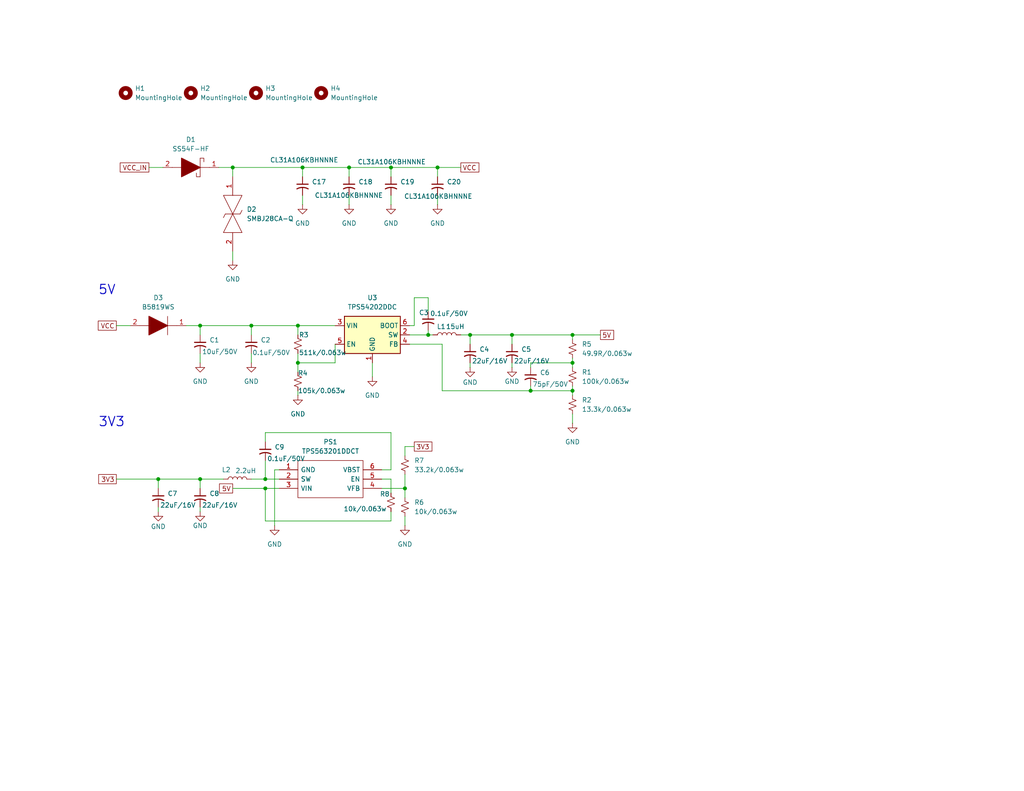
<source format=kicad_sch>
(kicad_sch (version 20250114) (generator "eeschema") (generator_version "9.0")
  (paper "A")
  (lib_symbols
    (symbol "Device:C_Small_US" (pin_numbers (hide yes)) (pin_names (offset 0.254) (hide yes))
      (property "Reference" "C" (at 0.254 1.778 0))
      (property "Value" "C_Small_US" (at 0.254 -2.032 0))
      (symbol "C_Small_US_0_1"
        (polyline (pts (xy -1.524 0.508) (xy 1.524 0.508)) (stroke (width 0.3048)))
        (arc (start -1.524 -0.762) (mid 0 -0.3734) (end 1.524 -0.762) (stroke (width 0.3048)))
      )
      (symbol "C_Small_US_1_1"
        (pin passive line (at 0 2.54 270) (length 2.032) (name "~") (number "1"))
        (pin passive line (at 0 -2.54 90) (length 2.032) (name "~") (number "2"))
      )
    )
    (symbol "Device:L" (pin_numbers (hide yes)) (pin_names (offset 1.016) (hide yes))
      (property "Reference" "L" (at -1.27 0 90))
      (property "Value" "L" (at 1.905 0 90))
      (symbol "L_0_1"
        (arc (start 0 2.54) (mid 0.6323 1.905) (end 0 1.27))
        (arc (start 0 1.27) (mid 0.6323 0.635) (end 0 0))
        (arc (start 0 0) (mid 0.6323 -0.635) (end 0 -1.27))
        (arc (start 0 -1.27) (mid 0.6323 -1.905) (end 0 -2.54))
      )
      (symbol "L_1_1"
        (pin passive line (at 0 3.81 270) (length 1.27) (name "1") (number "1"))
        (pin passive line (at 0 -3.81 90) (length 1.27) (name "2") (number "2"))
      )
    )
    (symbol "Device:R_Small_US" (pin_numbers (hide yes)) (pin_names (offset 0.254) (hide yes))
      (property "Reference" "R" (at 0.762 0.508 0))
      (property "Value" "R_Small_US" (at 0.762 -1.016 0))
      (symbol "R_Small_US_1_1"
        (polyline (pts (xy 0 1.524) (xy 1.016 1.143) (xy 0 0.762) (xy -1.016 0.381) (xy 0 0)))
        (polyline (pts (xy 0 0) (xy 1.016 -0.381) (xy 0 -0.762) (xy -1.016 -1.143) (xy 0 -1.524)))
        (pin passive line (at 0 2.54 270) (length 1.016) (name "~") (number "1"))
        (pin passive line (at 0 -2.54 90) (length 1.016) (name "~") (number "2"))
      )
    )
    (symbol "Mechanical:MountingHole" (pin_names (offset 1.016)) (in_bom no)
      (property "Reference" "H" (at 0 5.08 0))
      (property "Value" "MountingHole" (at 0 3.175 0))
      (symbol "MountingHole_0_1"
        (circle (center 0 0) (radius 1.27) (stroke (width 1.27)))
      )
    )
    (symbol "Regulator_Switching:TPS54202DDC"
      (property "Reference" "U" (at -7.62 6.35 0))
      (property "Value" "TPS54202DDC" (at 0 6.35 0))
      (symbol "TPS54202DDC_0_1"
        (rectangle (start -7.62 5.08) (end 7.62 -5.08) (stroke (width 0.254)) (fill (type background)))
      )
      (symbol "TPS54202DDC_1_1"
        (pin power_in line (at -10.16 2.54 0) (length 2.54) (name "VIN") (number "3"))
        (pin input line (at -10.16 -2.54 0) (length 2.54) (name "EN") (number "5"))
        (pin power_in line (at 0 -7.62 90) (length 2.54) (name "GND") (number "1"))
        (pin passive line (at 10.16 2.54 180) (length 2.54) (name "BOOT") (number "6"))
        (pin power_out line (at 10.16 0 180) (length 2.54) (name "SW") (number "2"))
        (pin input line (at 10.16 -2.54 180) (length 2.54) (name "FB") (number "4"))
      )
    )
    (symbol "SamacSys_Parts:B5819WS" (pin_names (offset 0.762))
      (property "Reference" "D" (at 11.43 5.08 0))
      (property "Value" "B5819WS" (at 11.43 2.54 0))
      (symbol "B5819WS_0_0"
        (pin power_in line (at 0 0 0) (length 2.54) (name "~") (number "1"))
        (pin power_in line (at 15.24 0 180) (length 2.54) (name "~") (number "2"))
      )
      (symbol "B5819WS_0_1"
        (polyline (pts (xy 2.54 0) (xy 5.08 0)) (stroke (width 0.1524)))
        (polyline (pts (xy 5.08 2.54) (xy 5.08 -2.54)) (stroke (width 0.1524)))
        (polyline (pts (xy 5.08 0) (xy 10.16 2.54) (xy 10.16 -2.54) (xy 5.08 0)) (stroke (width 0.254)) (fill (type outline)))
        (polyline (pts (xy 10.16 0) (xy 12.7 0)) (stroke (width 0.1524)))
      )
    )
    (symbol "SamacSys_Parts:SMBJ28CA-Q" (pin_names (offset 0.762))
      (property "Reference" "D" (at 12.7 8.89 0))
      (property "Value" "SMBJ28CA-Q" (at 12.7 6.35 0))
      (symbol "SMBJ28CA-Q_0_0"
        (pin passive line (at 0 0 0) (length 5.08) (name "~") (number "1"))
        (pin passive line (at 20.32 0 180) (length 5.08) (name "~") (number "2"))
      )
      (symbol "SMBJ28CA-Q_0_1"
        (polyline (pts (xy 9.144 2.54) (xy 10.16 2.032)) (stroke (width 0.1524)))
        (polyline (pts (xy 10.16 0) (xy 5.08 -2.54) (xy 5.08 2.54) (xy 10.16 0)) (stroke (width 0.1524)))
        (polyline (pts (xy 10.16 0) (xy 15.24 -2.54) (xy 15.24 2.54) (xy 10.16 0)) (stroke (width 0.1524)))
        (polyline (pts (xy 10.16 -2.032) (xy 10.16 2.032)) (stroke (width 0.1524)))
        (polyline (pts (xy 10.16 -2.032) (xy 11.176 -2.54)) (stroke (width 0.1524)))
      )
    )
    (symbol "SamacSys_Parts:SS54F-HF" (pin_names (offset 0.762))
      (property "Reference" "D" (at 12.7 8.89 0))
      (property "Value" "SS54F-HF" (at 12.7 6.35 0))
      (symbol "SS54F-HF_0_0"
        (pin output line (at 2.54 0 0) (length 2.54) (name "~") (number "1"))
        (pin input line (at 17.78 0 180) (length 2.54) (name "~") (number "2"))
      )
      (symbol "SS54F-HF_0_1"
        (polyline (pts (xy 5.08 0) (xy 7.62 0)) (stroke (width 0.1524)))
        (polyline (pts (xy 7.62 2.54) (xy 7.62 -2.54)) (stroke (width 0.1524)))
        (polyline (pts (xy 7.62 2.54) (xy 8.636 2.54) (xy 8.636 1.524)) (stroke (width 0.1524)))
        (polyline (pts (xy 7.62 0) (xy 12.7 2.54) (xy 12.7 -2.54) (xy 7.62 0)) (stroke (width 0.254)) (fill (type outline)))
        (polyline (pts (xy 7.62 -2.54) (xy 6.604 -2.54) (xy 6.604 -1.524)) (stroke (width 0.1524)))
        (polyline (pts (xy 12.7 0) (xy 15.24 0)) (stroke (width 0.1524)))
      )
    )
    (symbol "SamacSys_Parts:TPS563201DDCT" (pin_names (offset 0.762))
      (property "Reference" "PS" (at 24.13 7.62 0))
      (property "Value" "TPS563201DDCT" (at 24.13 5.08 0))
      (symbol "TPS563201DDCT_0_0"
        (pin passive line (at 0 0 0) (length 5.08) (name "GND") (number "1"))
        (pin passive line (at 0 -2.54 0) (length 5.08) (name "SW") (number "2"))
        (pin passive line (at 0 -5.08 0) (length 5.08) (name "VIN") (number "3"))
        (pin passive line (at 27.94 0 180) (length 5.08) (name "VBST") (number "6"))
        (pin passive line (at 27.94 -2.54 180) (length 5.08) (name "EN") (number "5"))
        (pin passive line (at 27.94 -5.08 180) (length 5.08) (name "VFB") (number "4"))
      )
      (symbol "TPS563201DDCT_0_1"
        (polyline (pts (xy 5.08 2.54) (xy 22.86 2.54) (xy 22.86 -7.62) (xy 5.08 -7.62) (xy 5.08 2.54)) (stroke (width 0.1524)))
      )
    )
    (symbol "power:GND" (power) (pin_numbers (hide yes)) (pin_names (offset 0) (hide yes))
      (property "Value" "GND" (at 0 -3.81 0))
      (symbol "GND_0_1"
        (polyline (pts (xy 0 0) (xy 0 -1.27) (xy 1.27 -1.27) (xy 0 -2.54) (xy -1.27 -1.27) (xy 0 -1.27)))
      )
      (symbol "GND_1_1"
        (pin power_in line (at 0 0 270) (length 0) (name "~") (number "1"))
      )
    )
  )
  (text "3V3" (at 30.48 115.316 0) (effects (font (size 2.54 2.54) (thickness 0.254) (bold yes))))
  (text "5V" (at 29.21 79.248 0) (effects (font (size 2.54 2.54) (thickness 0.254) (bold yes))))
  (junction (at 144.78 106.68))
  (junction (at 106.68 45.72))
  (junction (at 63.5 45.72))
  (junction (at 156.21 91.44))
  (junction (at 156.21 99.06))
  (junction (at 72.39 130.81))
  (junction (at 116.84 91.44))
  (junction (at 54.61 88.9))
  (junction (at 81.28 99.06))
  (junction (at 68.58 88.9))
  (junction (at 139.7 91.44))
  (junction (at 95.25 45.72))
  (junction (at 128.27 91.44))
  (junction (at 81.28 88.9))
  (junction (at 72.39 133.35))
  (junction (at 54.61 130.81))
  (junction (at 82.55 45.72))
  (junction (at 110.49 133.35))
  (junction (at 43.18 130.81))
  (junction (at 119.38 45.72))
  (junction (at 156.21 106.68))
  (wire (pts (xy 95.25 45.72) (xy 106.68 45.72)))
  (wire (pts (xy 106.68 118.11) (xy 106.68 128.27)))
  (wire (pts (xy 116.84 81.28) (xy 116.84 85.09)))
  (wire (pts (xy 120.65 106.68) (xy 144.78 106.68)))
  (wire (pts (xy 111.76 88.9) (xy 113.03 88.9)))
  (wire (pts (xy 106.68 45.72) (xy 119.38 45.72)))
  (wire (pts (xy 113.03 121.92) (xy 110.49 121.92)))
  (wire (pts (xy 54.61 96.52) (xy 54.61 99.06)))
  (wire (pts (xy 110.49 129.54) (xy 110.49 133.35)))
  (wire (pts (xy 111.76 91.44) (xy 116.84 91.44)))
  (wire (pts (xy 54.61 88.9) (xy 68.58 88.9)))
  (wire (pts (xy 43.18 138.43) (xy 43.18 139.7)))
  (wire (pts (xy 72.39 118.11) (xy 106.68 118.11)))
  (wire (pts (xy 54.61 130.81) (xy 54.61 133.35)))
  (wire (pts (xy 128.27 91.44) (xy 139.7 91.44)))
  (wire (pts (xy 144.78 100.33) (xy 144.78 99.06)))
  (wire (pts (xy 106.68 128.27) (xy 104.14 128.27)))
  (wire (pts (xy 104.14 133.35) (xy 110.49 133.35)))
  (wire (pts (xy 54.61 88.9) (xy 54.61 91.44)))
  (wire (pts (xy 43.18 130.81) (xy 54.61 130.81)))
  (wire (pts (xy 128.27 99.06) (xy 128.27 100.33)))
  (wire (pts (xy 95.25 53.34) (xy 95.25 55.88)))
  (wire (pts (xy 40.64 45.72) (xy 44.45 45.72)))
  (wire (pts (xy 68.58 96.52) (xy 68.58 99.06)))
  (wire (pts (xy 116.84 91.44) (xy 118.11 91.44)))
  (wire (pts (xy 82.55 45.72) (xy 95.25 45.72)))
  (wire (pts (xy 63.5 68.58) (xy 63.5 71.12)))
  (wire (pts (xy 144.78 106.68) (xy 156.21 106.68)))
  (wire (pts (xy 72.39 130.81) (xy 76.2 130.81)))
  (wire (pts (xy 156.21 97.79) (xy 156.21 99.06)))
  (wire (pts (xy 63.5 133.35) (xy 72.39 133.35)))
  (wire (pts (xy 156.21 106.68) (xy 156.21 107.95)))
  (wire (pts (xy 156.21 113.03) (xy 156.21 115.57)))
  (wire (pts (xy 59.69 45.72) (xy 63.5 45.72)))
  (wire (pts (xy 31.75 88.9) (xy 35.56 88.9)))
  (wire (pts (xy 68.58 130.81) (xy 72.39 130.81)))
  (wire (pts (xy 106.68 134.62) (xy 106.68 130.81)))
  (wire (pts (xy 54.61 138.43) (xy 54.61 139.7)))
  (wire (pts (xy 63.5 45.72) (xy 63.5 48.26)))
  (wire (pts (xy 101.6 99.06) (xy 101.6 102.87)))
  (wire (pts (xy 139.7 91.44) (xy 156.21 91.44)))
  (wire (pts (xy 81.28 88.9) (xy 81.28 91.44)))
  (wire (pts (xy 139.7 91.44) (xy 139.7 93.98)))
  (wire (pts (xy 111.76 93.98) (xy 120.65 93.98)))
  (wire (pts (xy 95.25 45.72) (xy 95.25 48.26)))
  (wire (pts (xy 72.39 120.65) (xy 72.39 118.11)))
  (wire (pts (xy 110.49 121.92) (xy 110.49 124.46)))
  (wire (pts (xy 43.18 130.81) (xy 43.18 133.35)))
  (wire (pts (xy 119.38 45.72) (xy 125.73 45.72)))
  (wire (pts (xy 74.93 143.51) (xy 74.93 128.27)))
  (wire (pts (xy 128.27 91.44) (xy 128.27 93.98)))
  (wire (pts (xy 156.21 91.44) (xy 163.83 91.44)))
  (wire (pts (xy 113.03 88.9) (xy 113.03 81.28)))
  (wire (pts (xy 110.49 133.35) (xy 110.49 135.89)))
  (wire (pts (xy 156.21 105.41) (xy 156.21 106.68)))
  (wire (pts (xy 106.68 142.24) (xy 106.68 139.7)))
  (wire (pts (xy 125.73 91.44) (xy 128.27 91.44)))
  (wire (pts (xy 106.68 53.34) (xy 106.68 55.88)))
  (wire (pts (xy 156.21 92.71) (xy 156.21 91.44)))
  (wire (pts (xy 106.68 142.24) (xy 72.39 142.24)))
  (wire (pts (xy 81.28 106.68) (xy 81.28 107.95)))
  (wire (pts (xy 72.39 125.73) (xy 72.39 130.81)))
  (wire (pts (xy 72.39 142.24) (xy 72.39 133.35)))
  (wire (pts (xy 119.38 53.34) (xy 119.38 55.88)))
  (wire (pts (xy 144.78 105.41) (xy 144.78 106.68)))
  (wire (pts (xy 82.55 45.72) (xy 82.55 48.26)))
  (wire (pts (xy 54.61 130.81) (xy 60.96 130.81)))
  (wire (pts (xy 113.03 81.28) (xy 116.84 81.28)))
  (wire (pts (xy 68.58 88.9) (xy 68.58 91.44)))
  (wire (pts (xy 81.28 96.52) (xy 81.28 99.06)))
  (wire (pts (xy 156.21 99.06) (xy 156.21 100.33)))
  (wire (pts (xy 106.68 45.72) (xy 106.68 48.26)))
  (wire (pts (xy 82.55 53.34) (xy 82.55 55.88)))
  (wire (pts (xy 50.8 88.9) (xy 54.61 88.9)))
  (wire (pts (xy 81.28 88.9) (xy 91.44 88.9)))
  (wire (pts (xy 72.39 133.35) (xy 76.2 133.35)))
  (wire (pts (xy 81.28 99.06) (xy 81.28 101.6)))
  (wire (pts (xy 116.84 90.17) (xy 116.84 91.44)))
  (wire (pts (xy 119.38 45.72) (xy 119.38 48.26)))
  (wire (pts (xy 120.65 93.98) (xy 120.65 106.68)))
  (wire (pts (xy 144.78 99.06) (xy 156.21 99.06)))
  (wire (pts (xy 91.44 93.98) (xy 91.44 99.06)))
  (wire (pts (xy 63.5 45.72) (xy 82.55 45.72)))
  (wire (pts (xy 74.93 128.27) (xy 76.2 128.27)))
  (wire (pts (xy 139.7 99.06) (xy 139.7 100.33)))
  (wire (pts (xy 31.75 130.81) (xy 43.18 130.81)))
  (wire (pts (xy 91.44 99.06) (xy 81.28 99.06)))
  (wire (pts (xy 106.68 130.81) (xy 104.14 130.81)))
  (wire (pts (xy 68.58 88.9) (xy 81.28 88.9)))
  (wire (pts (xy 110.49 140.97) (xy 110.49 143.51)))
  (global_label "5V" (shape passive) (at 163.83 91.44 0) (property "Intersheetrefs" "${INTERSHEET_REFS}" (effects (hide yes))))
  (global_label "VCC_IN" (shape passive) (at 40.64 45.72 180) (property "Intersheetrefs" "${INTERSHEET_REFS}" (effects (hide yes))))
  (global_label "3V3" (shape passive) (at 113.03 121.92 0) (property "Intersheetrefs" "${INTERSHEET_REFS}" (effects (hide yes))))
  (global_label "3V3" (shape passive) (at 31.75 130.81 180) (property "Intersheetrefs" "${INTERSHEET_REFS}" (effects (hide yes))))
  (global_label "VCC" (shape passive) (at 31.75 88.9 180) (property "Intersheetrefs" "${INTERSHEET_REFS}" (effects (hide yes))))
  (global_label "5V" (shape passive) (at 63.5 133.35 180) (property "Intersheetrefs" "${INTERSHEET_REFS}" (effects (hide yes))))
  (global_label "VCC" (shape passive) (at 125.73 45.72 0) (property "Intersheetrefs" "${INTERSHEET_REFS}" (effects (hide yes))))
  (symbol (lib_id "Device:C_Small_US") (at 54.61 93.98 0) (unit 1)
    (property "Reference" "C1" (at 57.15 92.8369 0) (effects (justify left)))
    (property "Value" "10uF/50V" (at 55.118 96.012 0) (effects (justify left)))
    (property "Description" "capacitor, small US symbol" (effects (hide yes)))
  )
  (symbol (lib_id "Mechanical:MountingHole") (at 69.85 25.4 0) (unit 1) (in_bom no)
    (property "Reference" "H3" (at 72.39 24.1299 0) (effects (justify left)))
    (property "Value" "MountingHole" (at 72.39 26.6699 0) (effects (justify left)))
    (property "Description" "Mounting Hole without connection" (effects (hide yes)))
  )
  (symbol (lib_id "Mechanical:MountingHole") (at 87.63 25.4 0) (unit 1) (in_bom no)
    (property "Reference" "H4" (at 90.17 24.1299 0) (effects (justify left)))
    (property "Value" "MountingHole" (at 90.17 26.6699 0) (effects (justify left)))
    (property "Description" "Mounting Hole without connection" (effects (hide yes)))
  )
  (symbol (lib_id "power:GND") (at 54.61 99.06 0) (unit 1)
    (property "Reference" "#PWR04" (effects (hide yes)))
    (property "Value" "GND" (at 54.61 104.14 0))
    (property "Description" "Power symbol creates a global label with name \"GND\" , ground" (effects (hide yes)))
  )
  (symbol (lib_id "Device:C_Small_US") (at 82.55 50.8 0) (unit 1)
    (property "Reference" "C17" (at 85.09 49.6569 0) (effects (justify left)))
    (property "Value" "CL31A106KBHNNNE" (at 73.66 43.688 0) (effects (justify left)))
    (property "Description" "capacitor, small US symbol" (effects (hide yes)))
  )
  (symbol (lib_id "Device:C_Small_US") (at 43.18 135.89 0) (unit 1)
    (property "Reference" "C7" (at 45.72 134.7469 0) (effects (justify left)))
    (property "Value" "22uF/16V" (at 43.688 137.922 0) (effects (justify left)))
    (property "Description" "capacitor, small US symbol" (effects (hide yes)))
  )
  (symbol (lib_id "Device:L") (at 121.92 91.44 90) (unit 1)
    (property "Reference" "L1" (at 120.396 89.154 90))
    (property "Value" "15uH" (at 124.206 89.154 90))
    (property "Description" "Inductor" (effects (hide yes)))
  )
  (symbol (lib_id "SamacSys_Parts:B5819WS") (at 50.8 88.9 180) (unit 1)
    (property "Reference" "D3" (at 43.18 81.28 0))
    (property "Value" "B5819WS" (at 43.18 83.82 0))
    (property "Footprint" "SOD2613X100N" (effects (hide yes)))
    (property "Datasheet" "https://www.21yangjie.com/ggs/xxh/xxhxtdejg/B5817WS%20THRU%20B5819WS-SOD-323-%E6%B5%B7%E9%B8%A5%E8%84%9A.pdf" (effects (hide yes)))
    (property "Description" "DIODE SCHOTTKY 40V 1A SOD323" (effects (hide yes)))
    (property "Description_1" "DIODE SCHOTTKY 40V 1A SOD323" (effects (hide yes)))
    (property "Height" "1" (effects (hide yes)))
    (property "Manufacturer_Name" "Yangzhou Yangjie Electronic Technology Co., Ltd." (effects (hide yes)))
    (property "Manufacturer_Part_Number" "B5819WS" (effects (hide yes)))
  )
  (symbol (lib_id "power:GND") (at 156.21 115.57 0) (unit 1)
    (property "Reference" "#PWR07" (effects (hide yes)))
    (property "Value" "GND" (at 156.21 120.65 0))
    (property "Description" "Power symbol creates a global label with name \"GND\" , ground" (effects (hide yes)))
  )
  (symbol (lib_id "Mechanical:MountingHole") (at 52.07 25.4 0) (unit 1) (in_bom no)
    (property "Reference" "H2" (at 54.61 24.1299 0) (effects (justify left)))
    (property "Value" "MountingHole" (at 54.61 26.6699 0) (effects (justify left)))
    (property "Description" "Mounting Hole without connection" (effects (hide yes)))
  )
  (symbol (lib_id "power:GND") (at 110.49 143.51 0) (unit 1)
    (property "Reference" "#PWR012" (effects (hide yes)))
    (property "Value" "GND" (at 110.49 148.59 0))
    (property "Description" "Power symbol creates a global label with name \"GND\" , ground" (effects (hide yes)))
  )
  (symbol (lib_id "Device:L") (at 64.77 130.81 90) (unit 1)
    (property "Reference" "L2" (at 61.722 128.27 90))
    (property "Value" "2.2uH" (at 67.056 128.524 90))
    (property "Description" "Inductor" (effects (hide yes)))
  )
  (symbol (lib_id "power:GND") (at 54.61 139.7 0) (unit 1)
    (property "Reference" "#PWR011" (effects (hide yes)))
    (property "Value" "GND" (at 54.61 143.51 0))
    (property "Description" "Power symbol creates a global label with name \"GND\" , ground" (effects (hide yes)))
  )
  (symbol (lib_id "Device:C_Small_US") (at 119.38 50.8 0) (unit 1)
    (property "Reference" "C20" (at 121.92 49.6569 0) (effects (justify left)))
    (property "Value" "CL31A106KBHNNNE" (at 110.236 53.594 0) (effects (justify left)))
    (property "Description" "capacitor, small US symbol" (effects (hide yes)))
  )
  (symbol (lib_id "Device:R_Small_US") (at 110.49 127 0) (unit 1)
    (property "Reference" "R7" (at 113.03 125.7299 0) (effects (justify left)))
    (property "Value" "33.2k/0.063w" (at 113.03 128.2699 0) (effects (justify left)))
    (property "Description" "Resistor, small US symbol" (effects (hide yes)))
  )
  (symbol (lib_id "Device:C_Small_US") (at 72.39 123.19 0) (unit 1)
    (property "Reference" "C9" (at 74.93 122.0469 0) (effects (justify left)))
    (property "Value" "0.1uF/50V" (at 72.898 125.222 0) (effects (justify left)))
    (property "Description" "capacitor, small US symbol" (effects (hide yes)))
  )
  (symbol (lib_id "power:GND") (at 106.68 55.88 0) (unit 1)
    (property "Reference" "#PWR027" (effects (hide yes)))
    (property "Value" "GND" (at 106.68 60.96 0))
    (property "Description" "Power symbol creates a global label with name \"GND\" , ground" (effects (hide yes)))
  )
  (symbol (lib_id "Device:R_Small_US") (at 81.28 104.14 0) (unit 1)
    (property "Reference" "R4" (at 81.28 101.854 0) (effects (justify left)))
    (property "Value" "105k/0.063w" (at 81.28 106.68 0) (effects (justify left)))
    (property "Description" "Resistor, small US symbol" (effects (hide yes)))
  )
  (symbol (lib_id "Device:C_Small_US") (at 144.78 102.87 0) (unit 1)
    (property "Reference" "C6" (at 147.32 101.7269 0) (effects (justify left)))
    (property "Value" "75pF/50V" (at 145.288 104.902 0) (effects (justify left)))
    (property "Description" "capacitor, small US symbol" (effects (hide yes)))
  )
  (symbol (lib_id "Device:R_Small_US") (at 156.21 95.25 0) (unit 1)
    (property "Reference" "R5" (at 158.75 93.9799 0) (effects (justify left)))
    (property "Value" "49.9R/0.063w" (at 158.75 96.5199 0) (effects (justify left)))
    (property "Description" "Resistor, small US symbol" (effects (hide yes)))
  )
  (symbol (lib_id "Device:C_Small_US") (at 68.58 93.98 0) (unit 1)
    (property "Reference" "C2" (at 71.12 92.8369 0) (effects (justify left)))
    (property "Value" "0.1uF/50V" (at 68.834 96.266 0) (effects (justify left)))
    (property "Description" "capacitor, small US symbol" (effects (hide yes)))
  )
  (symbol (lib_id "SamacSys_Parts:SS54F-HF") (at 62.23 45.72 180) (unit 1)
    (property "Reference" "D1" (at 52.07 38.1 0))
    (property "Value" "SS54F-HF" (at 52.07 40.64 0))
    (property "Footprint" "SODFL4626X120N" (effects (hide yes)))
    (property "Datasheet" "http://www.comchiptech.com/admin/files/product/20190806174558.pdf" (effects (hide yes)))
    (property "Description" "Schottky Diodes & Rectifiers DIODE SCHOTTKY 5A 40V SMAF" (effects (hide yes)))
    (property "Description_1" "Schottky Diodes & Rectifiers DIODE SCHOTTKY 5A 40V SMAF" (effects (hide yes)))
    (property "Height" "1.2" (effects (hide yes)))
    (property "Manufacturer_Name" "Comchip Technology" (effects (hide yes)))
    (property "Manufacturer_Part_Number" "SS54F-HF" (effects (hide yes)))
    (property "Mouser Part Number" "750-SS54F-HF" (effects (hide yes)))
    (property "Mouser Price/Stock" "https://www.mouser.co.uk/ProductDetail/Comchip-Technology/SS54F-HF?qs=GBLSl2Akirv9e2Io%252BmNS2w%3D%3D" (effects (hide yes)))
    (property "Arrow Part Number" "SS54F-HF" (effects (hide yes)))
    (property "Arrow Price/Stock" "https://www.arrow.com/en/products/ss54f-hf/comchip-technology?region=nac" (effects (hide yes)))
  )
  (symbol (lib_id "power:GND") (at 119.38 55.88 0) (unit 1)
    (property "Reference" "#PWR028" (effects (hide yes)))
    (property "Value" "GND" (at 119.38 60.96 0))
    (property "Description" "Power symbol creates a global label with name \"GND\" , ground" (effects (hide yes)))
  )
  (symbol (lib_id "power:GND") (at 63.5 71.12 0) (unit 1)
    (property "Reference" "#PWR02" (effects (hide yes)))
    (property "Value" "GND" (at 63.5 76.2 0))
    (property "Description" "Power symbol creates a global label with name \"GND\" , ground" (effects (hide yes)))
  )
  (symbol (lib_id "Device:R_Small_US") (at 156.21 110.49 0) (unit 1)
    (property "Reference" "R2" (at 158.75 109.2199 0) (effects (justify left)))
    (property "Value" "13.3k/0.063w" (at 158.75 111.7599 0) (effects (justify left)))
    (property "Description" "Resistor, small US symbol" (effects (hide yes)))
  )
  (symbol (lib_id "Device:C_Small_US") (at 95.25 50.8 0) (unit 1)
    (property "Reference" "C18" (at 97.79 49.6569 0) (effects (justify left)))
    (property "Value" "CL31A106KBHNNNE" (at 85.852 53.34 0) (effects (justify left)))
    (property "Description" "capacitor, small US symbol" (effects (hide yes)))
  )
  (symbol (lib_id "power:GND") (at 139.7 100.33 0) (unit 1)
    (property "Reference" "#PWR09" (effects (hide yes)))
    (property "Value" "GND" (at 139.7 104.14 0))
    (property "Description" "Power symbol creates a global label with name \"GND\" , ground" (effects (hide yes)))
  )
  (symbol (lib_id "power:GND") (at 95.25 55.88 0) (unit 1)
    (property "Reference" "#PWR026" (effects (hide yes)))
    (property "Value" "GND" (at 95.25 60.96 0))
    (property "Description" "Power symbol creates a global label with name \"GND\" , ground" (effects (hide yes)))
  )
  (symbol (lib_id "power:GND") (at 74.93 143.51 0) (unit 1)
    (property "Reference" "#PWR03" (effects (hide yes)))
    (property "Value" "GND" (at 74.93 148.59 0))
    (property "Description" "Power symbol creates a global label with name \"GND\" , ground" (effects (hide yes)))
  )
  (symbol (lib_id "Device:R_Small_US") (at 81.28 93.98 0) (unit 1)
    (property "Reference" "R3" (at 81.534 91.44 0) (effects (justify left)))
    (property "Value" "511k/0.063w" (at 81.534 96.266 0) (effects (justify left)))
    (property "Description" "Resistor, small US symbol" (effects (hide yes)))
  )
  (symbol (lib_id "Device:R_Small_US") (at 106.68 137.16 0) (unit 1)
    (property "Reference" "R8" (at 103.632 134.874 0) (effects (justify left)))
    (property "Value" "10k/0.063w" (at 93.726 138.938 0) (effects (justify left)))
    (property "Description" "Resistor, small US symbol" (effects (hide yes)))
  )
  (symbol (lib_id "power:GND") (at 43.18 139.7 0) (unit 1)
    (property "Reference" "#PWR010" (effects (hide yes)))
    (property "Value" "GND" (at 43.18 143.764 0))
    (property "Description" "Power symbol creates a global label with name \"GND\" , ground" (effects (hide yes)))
  )
  (symbol (lib_id "Device:R_Small_US") (at 156.21 102.87 0) (unit 1)
    (property "Reference" "R1" (at 158.75 101.5999 0) (effects (justify left)))
    (property "Value" "100k/0.063w" (at 158.75 104.1399 0) (effects (justify left)))
    (property "Description" "Resistor, small US symbol" (effects (hide yes)))
  )
  (symbol (lib_id "Device:C_Small_US") (at 54.61 135.89 0) (unit 1)
    (property "Reference" "C8" (at 57.15 134.7469 0) (effects (justify left)))
    (property "Value" "22uF/16V" (at 55.118 137.922 0) (effects (justify left)))
    (property "Description" "capacitor, small US symbol" (effects (hide yes)))
  )
  (symbol (lib_id "Regulator_Switching:TPS54202DDC") (at 101.6 91.44 0) (unit 1)
    (property "Reference" "U3" (at 101.6 81.28 0))
    (property "Value" "TPS54202DDC" (at 101.6 83.82 0))
    (property "Footprint" "Package_TO_SOT_SMD:SOT-23-6" (effects (hide yes)))
    (property "Datasheet" "http://www.ti.com/lit/ds/symlink/tps54202.pdf" (effects (hide yes)))
    (property "Description" "2A, 4.5 to 28V Input, EMI Friendly integrated switch synchronous step-down regulator, pulse-skipping, SOT-23-6" (effects (hide yes)))
  )
  (symbol (lib_id "power:GND") (at 82.55 55.88 0) (unit 1)
    (property "Reference" "#PWR025" (effects (hide yes)))
    (property "Value" "GND" (at 82.55 60.96 0))
    (property "Description" "Power symbol creates a global label with name \"GND\" , ground" (effects (hide yes)))
  )
  (symbol (lib_id "SamacSys_Parts:SMBJ28CA-Q") (at 63.5 48.26 270) (unit 1)
    (property "Reference" "D2" (at 67.31 57.1499 90) (effects (justify left)))
    (property "Value" "SMBJ28CA-Q" (at 67.31 59.6899 90) (effects (justify left)))
    (property "Footprint" "DIONM5436X244N" (effects (hide yes)))
    (property "Datasheet" "https://www.bourns.com/docs/Product-Datasheets/SMBJ-Q.pdf" (effects (hide yes)))
    (property "Description" "ESD Suppressors / TVS Diodes 28volts 600W 5% Bi-Dir. AEC-Q101" (effects (hide yes)))
    (property "Description_1" "ESD Suppressors / TVS Diodes 28volts 600W 5% Bi-Dir. AEC-Q101" (effects (hide yes)))
    (property "Height" "2.44" (effects (hide yes)))
    (property "Manufacturer_Name" "Bourns" (effects (hide yes)))
    (property "Manufacturer_Part_Number" "SMBJ28CA-Q" (effects (hide yes)))
    (property "Mouser Part Number" "652-SMBJ28CA-Q" (effects (hide yes)))
    (property "Mouser Price/Stock" "https://www.mouser.co.uk/ProductDetail/Bourns/SMBJ28CA-Q?qs=f9yNj16SXrKkUxbrsJT%252BzQ%3D%3D" (effects (hide yes)))
    (property "Arrow Part Number" "SMBJ28CA-Q" (effects (hide yes)))
    (property "Arrow Price/Stock" "https://www.arrow.com/en/products/smbj28ca-q/bourns?region=europe" (effects (hide yes)))
  )
  (symbol (lib_id "Mechanical:MountingHole") (at 34.29 25.4 0) (unit 1) (in_bom no)
    (property "Reference" "H1" (at 36.83 24.1299 0) (effects (justify left)))
    (property "Value" "MountingHole" (at 36.83 26.6699 0) (effects (justify left)))
    (property "Description" "Mounting Hole without connection" (effects (hide yes)))
  )
  (symbol (lib_id "power:GND") (at 128.27 100.33 0) (unit 1)
    (property "Reference" "#PWR08" (effects (hide yes)))
    (property "Value" "GND" (at 128.27 104.394 0))
    (property "Description" "Power symbol creates a global label with name \"GND\" , ground" (effects (hide yes)))
  )
  (symbol (lib_id "Device:C_Small_US") (at 128.27 96.52 0) (unit 1)
    (property "Reference" "C4" (at 130.81 95.3769 0) (effects (justify left)))
    (property "Value" "22uF/16V" (at 128.778 98.552 0) (effects (justify left)))
    (property "Description" "capacitor, small US symbol" (effects (hide yes)))
  )
  (symbol (lib_id "power:GND") (at 81.28 107.95 0) (unit 1)
    (property "Reference" "#PWR05" (effects (hide yes)))
    (property "Value" "GND" (at 81.28 113.03 0))
    (property "Description" "Power symbol creates a global label with name \"GND\" , ground" (effects (hide yes)))
  )
  (symbol (lib_id "SamacSys_Parts:TPS563201DDCT") (at 76.2 128.27 0) (unit 1)
    (property "Reference" "PS1" (at 90.17 120.65 0))
    (property "Value" "TPS563201DDCT" (at 90.17 123.19 0))
    (property "Footprint" "SOT95P280X110-6N" (effects (hide yes)))
    (property "Datasheet" "http://www.ti.com/general/docs/lit/getliterature.tsp?genericPartNumber=tps563201&fileType=pdf" (effects (hide yes)))
    (property "Description" "4.5 V to 17 V input, 3 A output, synchronous step-down converter in Eco-mode" (effects (hide yes)))
    (property "Description_1" "4.5 V to 17 V input, 3 A output, synchronous step-down converter in Eco-mode" (effects (hide yes)))
    (property "Height" "1.1" (effects (hide yes)))
    (property "Manufacturer_Name" "Texas Instruments" (effects (hide yes)))
    (property "Manufacturer_Part_Number" "TPS563201DDCT" (effects (hide yes)))
    (property "Mouser Part Number" "595-TPS563201DDCT" (effects (hide yes)))
    (property "Mouser Price/Stock" "https://www.mouser.co.uk/ProductDetail/Texas-Instruments/TPS563201DDCT?qs=G55MHhPmvtJpxrlgluYVKA%3D%3D" (effects (hide yes)))
    (property "Arrow Part Number" "TPS563201DDCT" (effects (hide yes)))
    (property "Arrow Price/Stock" "https://www.arrow.com/en/products/tps563201ddct/texas-instruments?utm_currency=USD&region=nac" (effects (hide yes)))
  )
  (symbol (lib_id "power:GND") (at 101.6 102.87 0) (unit 1)
    (property "Reference" "#PWR01" (effects (hide yes)))
    (property "Value" "GND" (at 101.6 107.95 0))
    (property "Description" "Power symbol creates a global label with name \"GND\" , ground" (effects (hide yes)))
  )
  (symbol (lib_id "power:GND") (at 68.58 99.06 0) (unit 1)
    (property "Reference" "#PWR06" (effects (hide yes)))
    (property "Value" "GND" (at 68.58 104.14 0))
    (property "Description" "Power symbol creates a global label with name \"GND\" , ground" (effects (hide yes)))
  )
  (symbol (lib_id "Device:C_Small_US") (at 106.68 50.8 0) (unit 1)
    (property "Reference" "C19" (at 109.22 49.6569 0) (effects (justify left)))
    (property "Value" "CL31A106KBHNNNE" (at 97.536 44.196 0) (effects (justify left)))
    (property "Description" "capacitor, small US symbol" (effects (hide yes)))
  )
  (symbol (lib_id "Device:C_Small_US") (at 116.84 87.63 0) (unit 1)
    (property "Reference" "C3" (at 114.3 85.344 0) (effects (justify left)))
    (property "Value" "0.1uF/50V" (at 117.348 85.598 0) (effects (justify left)))
    (property "Description" "capacitor, small US symbol" (effects (hide yes)))
  )
  (symbol (lib_id "Device:R_Small_US") (at 110.49 138.43 0) (unit 1)
    (property "Reference" "R6" (at 113.03 137.1599 0) (effects (justify left)))
    (property "Value" "10k/0.063w" (at 113.03 139.6999 0) (effects (justify left)))
    (property "Description" "Resistor, small US symbol" (effects (hide yes)))
  )
  (symbol (lib_id "Device:C_Small_US") (at 139.7 96.52 0) (unit 1)
    (property "Reference" "C5" (at 142.24 95.3769 0) (effects (justify left)))
    (property "Value" "22uF/16V" (at 140.208 98.552 0) (effects (justify left)))
    (property "Description" "capacitor, small US symbol" (effects (hide yes)))
  )
)
</source>
